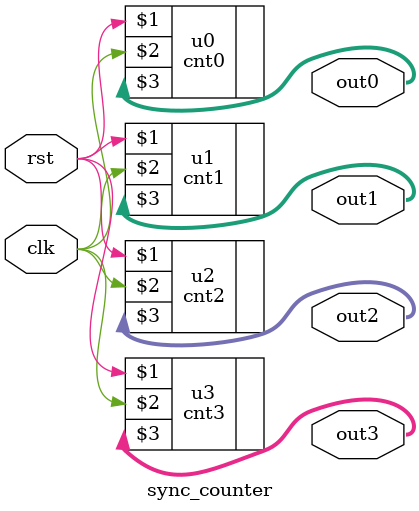
<source format=v>
module sync_counter(rst, clk, out0, out1, out2, out3);
  input rst, clk;
  output [3:0] out0, out1, out2, out3;

  cnt0 u0(rst, clk, out0);
  cnt1 u1(rst, clk, out1);
  cnt2 u2(rst, clk, out2);
  cnt3 u3(rst, clk, out3);
endmodule

</source>
